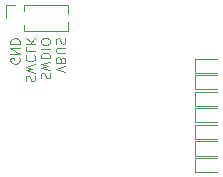
<source format=gbr>
%TF.GenerationSoftware,KiCad,Pcbnew,6.0.7+dfsg-1~bpo11+1*%
%TF.CreationDate,2022-09-22T06:20:52+00:00*%
%TF.ProjectId,0102-TILEDAP,30313032-2d54-4494-9c45-4441502e6b69,V1.4*%
%TF.SameCoordinates,Original*%
%TF.FileFunction,Legend,Bot*%
%TF.FilePolarity,Positive*%
%FSLAX46Y46*%
G04 Gerber Fmt 4.6, Leading zero omitted, Abs format (unit mm)*
G04 Created by KiCad (PCBNEW 6.0.7+dfsg-1~bpo11+1) date 2022-09-22 06:20:52*
%MOMM*%
%LPD*%
G01*
G04 APERTURE LIST*
%ADD10C,0.120000*%
G04 APERTURE END LIST*
D10*
X18670095Y13462477D02*
X17870095Y13729143D01*
X18670095Y13995810D01*
X18289142Y14529143D02*
X18251047Y14643429D01*
X18212952Y14681524D01*
X18136761Y14719620D01*
X18022476Y14719620D01*
X17946285Y14681524D01*
X17908190Y14643429D01*
X17870095Y14567239D01*
X17870095Y14262477D01*
X18670095Y14262477D01*
X18670095Y14529143D01*
X18632000Y14605334D01*
X18593904Y14643429D01*
X18517714Y14681524D01*
X18441523Y14681524D01*
X18365333Y14643429D01*
X18327238Y14605334D01*
X18289142Y14529143D01*
X18289142Y14262477D01*
X18670095Y15062477D02*
X18022476Y15062477D01*
X17946285Y15100572D01*
X17908190Y15138667D01*
X17870095Y15214858D01*
X17870095Y15367239D01*
X17908190Y15443429D01*
X17946285Y15481524D01*
X18022476Y15519620D01*
X18670095Y15519620D01*
X17908190Y15862477D02*
X17870095Y15976762D01*
X17870095Y16167239D01*
X17908190Y16243429D01*
X17946285Y16281524D01*
X18022476Y16319620D01*
X18098666Y16319620D01*
X18174857Y16281524D01*
X18212952Y16243429D01*
X18251047Y16167239D01*
X18289142Y16014858D01*
X18327238Y15938667D01*
X18365333Y15900572D01*
X18441523Y15862477D01*
X18517714Y15862477D01*
X18593904Y15900572D01*
X18632000Y15938667D01*
X18670095Y16014858D01*
X18670095Y16205334D01*
X18632000Y16319620D01*
X16620190Y12929143D02*
X16582095Y13043429D01*
X16582095Y13233905D01*
X16620190Y13310096D01*
X16658285Y13348191D01*
X16734476Y13386286D01*
X16810666Y13386286D01*
X16886857Y13348191D01*
X16924952Y13310096D01*
X16963047Y13233905D01*
X17001142Y13081524D01*
X17039238Y13005334D01*
X17077333Y12967239D01*
X17153523Y12929143D01*
X17229714Y12929143D01*
X17305904Y12967239D01*
X17344000Y13005334D01*
X17382095Y13081524D01*
X17382095Y13272000D01*
X17344000Y13386286D01*
X17382095Y13652953D02*
X16582095Y13843429D01*
X17153523Y13995810D01*
X16582095Y14148191D01*
X17382095Y14338667D01*
X16582095Y14643429D02*
X17382095Y14643429D01*
X17382095Y14833905D01*
X17344000Y14948191D01*
X17267809Y15024381D01*
X17191619Y15062477D01*
X17039238Y15100572D01*
X16924952Y15100572D01*
X16772571Y15062477D01*
X16696380Y15024381D01*
X16620190Y14948191D01*
X16582095Y14833905D01*
X16582095Y14643429D01*
X16582095Y15443429D02*
X17382095Y15443429D01*
X17382095Y15976762D02*
X17382095Y16129143D01*
X17344000Y16205334D01*
X17267809Y16281524D01*
X17115428Y16319620D01*
X16848761Y16319620D01*
X16696380Y16281524D01*
X16620190Y16205334D01*
X16582095Y16129143D01*
X16582095Y15976762D01*
X16620190Y15900572D01*
X16696380Y15824381D01*
X16848761Y15786286D01*
X17115428Y15786286D01*
X17267809Y15824381D01*
X17344000Y15900572D01*
X17382095Y15976762D01*
X15332190Y12700572D02*
X15294095Y12814858D01*
X15294095Y13005334D01*
X15332190Y13081524D01*
X15370285Y13119620D01*
X15446476Y13157715D01*
X15522666Y13157715D01*
X15598857Y13119620D01*
X15636952Y13081524D01*
X15675047Y13005334D01*
X15713142Y12852953D01*
X15751238Y12776762D01*
X15789333Y12738667D01*
X15865523Y12700572D01*
X15941714Y12700572D01*
X16017904Y12738667D01*
X16056000Y12776762D01*
X16094095Y12852953D01*
X16094095Y13043429D01*
X16056000Y13157715D01*
X16094095Y13424381D02*
X15294095Y13614858D01*
X15865523Y13767239D01*
X15294095Y13919620D01*
X16094095Y14110096D01*
X15370285Y14872000D02*
X15332190Y14833905D01*
X15294095Y14719620D01*
X15294095Y14643429D01*
X15332190Y14529143D01*
X15408380Y14452953D01*
X15484571Y14414858D01*
X15636952Y14376762D01*
X15751238Y14376762D01*
X15903619Y14414858D01*
X15979809Y14452953D01*
X16056000Y14529143D01*
X16094095Y14643429D01*
X16094095Y14719620D01*
X16056000Y14833905D01*
X16017904Y14872000D01*
X15294095Y15595810D02*
X15294095Y15214858D01*
X16094095Y15214858D01*
X15294095Y15862477D02*
X16094095Y15862477D01*
X15294095Y16319620D02*
X15751238Y15976762D01*
X16094095Y16319620D02*
X15636952Y15862477D01*
X14768000Y14643429D02*
X14806095Y14567239D01*
X14806095Y14452953D01*
X14768000Y14338667D01*
X14691809Y14262477D01*
X14615619Y14224381D01*
X14463238Y14186286D01*
X14348952Y14186286D01*
X14196571Y14224381D01*
X14120380Y14262477D01*
X14044190Y14338667D01*
X14006095Y14452953D01*
X14006095Y14529143D01*
X14044190Y14643429D01*
X14082285Y14681524D01*
X14348952Y14681524D01*
X14348952Y14529143D01*
X14006095Y15024381D02*
X14806095Y15024381D01*
X14006095Y15481524D01*
X14806095Y15481524D01*
X14006095Y15862477D02*
X14806095Y15862477D01*
X14806095Y16052953D01*
X14768000Y16167239D01*
X14691809Y16243429D01*
X14615619Y16281524D01*
X14463238Y16319620D01*
X14348952Y16319620D01*
X14196571Y16281524D01*
X14120380Y16243429D01*
X14044190Y16167239D01*
X14006095Y16052953D01*
X14006095Y15862477D01*
%TO.C,J2*%
X15160000Y19160000D02*
X18905000Y19160000D01*
X18905000Y19160000D02*
X18905000Y18357530D01*
X13640000Y19160000D02*
X13640000Y18050000D01*
X18905000Y17742470D02*
X18905000Y16940000D01*
X14400000Y19160000D02*
X13640000Y19160000D01*
X15160000Y17486529D02*
X15160000Y16940000D01*
X15160000Y19160000D02*
X15160000Y18613471D01*
X15160000Y16940000D02*
X18905000Y16940000D01*
%TO.C,D6*%
X31500000Y5000000D02*
X29650000Y5000000D01*
X29650000Y5000000D02*
X29650000Y6200000D01*
X31500000Y6200000D02*
X29650000Y6200000D01*
%TO.C,D7*%
X31500000Y7800000D02*
X29650000Y7800000D01*
X29650000Y7800000D02*
X29650000Y9000000D01*
X31500000Y9000000D02*
X29650000Y9000000D01*
%TO.C,D4*%
X29650000Y10600000D02*
X29650000Y11800000D01*
X31500000Y11800000D02*
X29650000Y11800000D01*
X31500000Y10600000D02*
X29650000Y10600000D01*
%TO.C,D9*%
X31500000Y12000000D02*
X29650000Y12000000D01*
X29650000Y12000000D02*
X29650000Y13200000D01*
X31500000Y13200000D02*
X29650000Y13200000D01*
%TO.C,D8*%
X29650000Y9200000D02*
X29650000Y10400000D01*
X31500000Y10400000D02*
X29650000Y10400000D01*
X31500000Y9200000D02*
X29650000Y9200000D01*
%TO.C,D5*%
X31500000Y6400000D02*
X29650000Y6400000D01*
X31500000Y7600000D02*
X29650000Y7600000D01*
X29650000Y6400000D02*
X29650000Y7600000D01*
%TO.C,D2*%
X31500000Y14600000D02*
X29650000Y14600000D01*
X31500000Y13400000D02*
X29650000Y13400000D01*
X29650000Y13400000D02*
X29650000Y14600000D01*
%TD*%
M02*

</source>
